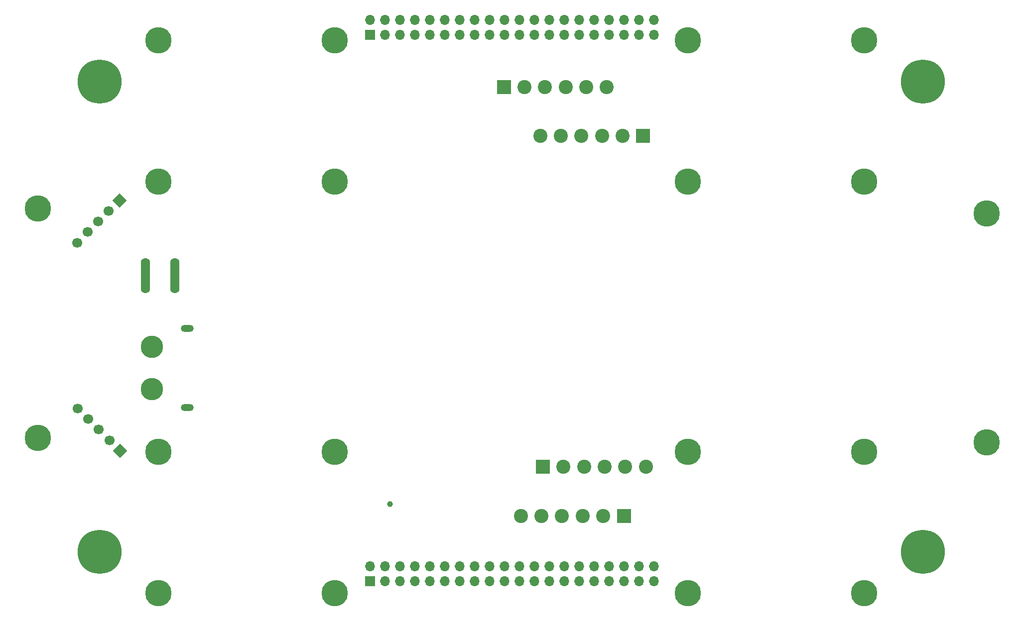
<source format=gbr>
%TF.GenerationSoftware,KiCad,Pcbnew,(6.0.9)*%
%TF.CreationDate,2023-02-26T12:01:52+02:00*%
%TF.ProjectId,Power,506f7765-722e-46b6-9963-61645f706362,rev?*%
%TF.SameCoordinates,Original*%
%TF.FileFunction,Soldermask,Top*%
%TF.FilePolarity,Negative*%
%FSLAX46Y46*%
G04 Gerber Fmt 4.6, Leading zero omitted, Abs format (unit mm)*
G04 Created by KiCad (PCBNEW (6.0.9)) date 2023-02-26 12:01:52*
%MOMM*%
%LPD*%
G01*
G04 APERTURE LIST*
G04 Aperture macros list*
%AMHorizOval*
0 Thick line with rounded ends*
0 $1 width*
0 $2 $3 position (X,Y) of the first rounded end (center of the circle)*
0 $4 $5 position (X,Y) of the second rounded end (center of the circle)*
0 Add line between two ends*
20,1,$1,$2,$3,$4,$5,0*
0 Add two circle primitives to create the rounded ends*
1,1,$1,$2,$3*
1,1,$1,$4,$5*%
%AMRotRect*
0 Rectangle, with rotation*
0 The origin of the aperture is its center*
0 $1 length*
0 $2 width*
0 $3 Rotation angle, in degrees counterclockwise*
0 Add horizontal line*
21,1,$1,$2,0,0,$3*%
G04 Aperture macros list end*
%ADD10O,1.600000X6.000000*%
%ADD11O,2.200000X1.200000*%
%ADD12C,3.800000*%
%ADD13RotRect,1.700000X1.700000X315.000000*%
%ADD14HorizOval,1.700000X0.000000X0.000000X0.000000X0.000000X0*%
%ADD15C,7.500000*%
%ADD16C,4.700000*%
%ADD17C,4.500000*%
%ADD18R,1.700000X1.700000*%
%ADD19O,1.700000X1.700000*%
%ADD20RotRect,1.700000X1.700000X225.000000*%
%ADD21HorizOval,1.700000X0.000000X0.000000X0.000000X0.000000X0*%
%ADD22C,1.000000*%
%ADD23R,2.400000X2.400000*%
%ADD24C,2.400000*%
G04 APERTURE END LIST*
D10*
%TO.C,SW1*%
X57820000Y-98020000D03*
X52820000Y-98020000D03*
%TD*%
D11*
%TO.C,J1*%
X59910000Y-106959936D03*
X59910000Y-120460064D03*
D12*
X53910000Y-110110051D03*
X53910000Y-117309949D03*
%TD*%
D13*
%TO.C,J8*%
X48400000Y-85200000D03*
D14*
X46603949Y-86996051D03*
X44807898Y-88792102D03*
X43011846Y-90588154D03*
X41215795Y-92384205D03*
%TD*%
D15*
%TO.C,H3*%
X45000000Y-65000000D03*
D16*
X45000000Y-65000000D03*
%TD*%
%TO.C,H1*%
X185000000Y-145000000D03*
D15*
X185000000Y-145000000D03*
%TD*%
D17*
%TO.C,H9*%
X195800000Y-126400000D03*
%TD*%
D15*
%TO.C,H4*%
X45000000Y-145000000D03*
D16*
X45000000Y-145000000D03*
%TD*%
D18*
%TO.C,J6*%
X91000000Y-57000000D03*
D19*
X91000000Y-54460000D03*
X93540000Y-57000000D03*
X93540000Y-54460000D03*
X96080000Y-57000000D03*
X96080000Y-54460000D03*
X98620000Y-57000000D03*
X98620000Y-54460000D03*
X101160000Y-57000000D03*
X101160000Y-54460000D03*
X103700000Y-57000000D03*
X103700000Y-54460000D03*
X106240000Y-57000000D03*
X106240000Y-54460000D03*
X108780000Y-57000000D03*
X108780000Y-54460000D03*
X111320000Y-57000000D03*
X111320000Y-54460000D03*
X113860000Y-57000000D03*
X113860000Y-54460000D03*
X116400000Y-57000000D03*
X116400000Y-54460000D03*
X118940000Y-57000000D03*
X118940000Y-54460000D03*
X121480000Y-57000000D03*
X121480000Y-54460000D03*
X124020000Y-57000000D03*
X124020000Y-54460000D03*
X126560000Y-57000000D03*
X126560000Y-54460000D03*
X129100000Y-57000000D03*
X129100000Y-54460000D03*
X131640000Y-57000000D03*
X131640000Y-54460000D03*
X134180000Y-57000000D03*
X134180000Y-54460000D03*
X136720000Y-57000000D03*
X136720000Y-54460000D03*
X139260000Y-57000000D03*
X139260000Y-54460000D03*
%TD*%
D17*
%TO.C,H11*%
X195800000Y-87400000D03*
%TD*%
%TO.C,H10*%
X34500000Y-125600000D03*
%TD*%
D20*
%TO.C,J9*%
X48500000Y-127800000D03*
D21*
X46703949Y-126003949D03*
X44907898Y-124207898D03*
X43111846Y-122411846D03*
X41315795Y-120615795D03*
%TD*%
D17*
%TO.C,H12*%
X34500000Y-86600000D03*
%TD*%
D16*
%TO.C,H2*%
X185000000Y-65000000D03*
D15*
X185000000Y-65000000D03*
%TD*%
D18*
%TO.C,J7*%
X91000000Y-150000000D03*
D19*
X91000000Y-147460000D03*
X93540000Y-150000000D03*
X93540000Y-147460000D03*
X96080000Y-150000000D03*
X96080000Y-147460000D03*
X98620000Y-150000000D03*
X98620000Y-147460000D03*
X101160000Y-150000000D03*
X101160000Y-147460000D03*
X103700000Y-150000000D03*
X103700000Y-147460000D03*
X106240000Y-150000000D03*
X106240000Y-147460000D03*
X108780000Y-150000000D03*
X108780000Y-147460000D03*
X111320000Y-150000000D03*
X111320000Y-147460000D03*
X113860000Y-150000000D03*
X113860000Y-147460000D03*
X116400000Y-150000000D03*
X116400000Y-147460000D03*
X118940000Y-150000000D03*
X118940000Y-147460000D03*
X121480000Y-150000000D03*
X121480000Y-147460000D03*
X124020000Y-150000000D03*
X124020000Y-147460000D03*
X126560000Y-150000000D03*
X126560000Y-147460000D03*
X129100000Y-150000000D03*
X129100000Y-147460000D03*
X131640000Y-150000000D03*
X131640000Y-147460000D03*
X134180000Y-150000000D03*
X134180000Y-147460000D03*
X136720000Y-150000000D03*
X136720000Y-147460000D03*
X139260000Y-150000000D03*
X139260000Y-147460000D03*
%TD*%
D22*
%TO.C,FID1*%
X94400000Y-136900000D03*
%TD*%
D23*
%TO.C,J3*%
X113750000Y-65900000D03*
D24*
X117250000Y-65900000D03*
X120750000Y-65900000D03*
X124250000Y-65900000D03*
X127750000Y-65900000D03*
X131250000Y-65900000D03*
%TD*%
D23*
%TO.C,J5*%
X134150000Y-138900000D03*
D24*
X130650000Y-138900000D03*
X127150000Y-138900000D03*
X123650000Y-138900000D03*
X120150000Y-138900000D03*
X116650000Y-138900000D03*
%TD*%
D17*
%TO.C,H6*%
X175000000Y-58000000D03*
X145000000Y-58000000D03*
X175000000Y-82000000D03*
X145000000Y-82000000D03*
%TD*%
D23*
%TO.C,J4*%
X120400000Y-130500000D03*
D24*
X123900000Y-130500000D03*
X127400000Y-130500000D03*
X130900000Y-130500000D03*
X134400000Y-130500000D03*
X137900000Y-130500000D03*
%TD*%
D23*
%TO.C,J2*%
X137450000Y-74200000D03*
D24*
X133950000Y-74200000D03*
X130450000Y-74200000D03*
X126950000Y-74200000D03*
X123450000Y-74200000D03*
X119950000Y-74200000D03*
%TD*%
D17*
%TO.C,H8*%
X85000000Y-152000000D03*
X55000000Y-128000000D03*
X85000000Y-128000000D03*
X55000000Y-152000000D03*
%TD*%
%TO.C,H5*%
X55000000Y-82000000D03*
X55000000Y-58000000D03*
X85000000Y-82000000D03*
X85000000Y-58000000D03*
%TD*%
%TO.C,H7*%
X145000000Y-128000000D03*
X175000000Y-128000000D03*
X175000000Y-152000000D03*
X145000000Y-152000000D03*
%TD*%
M02*

</source>
